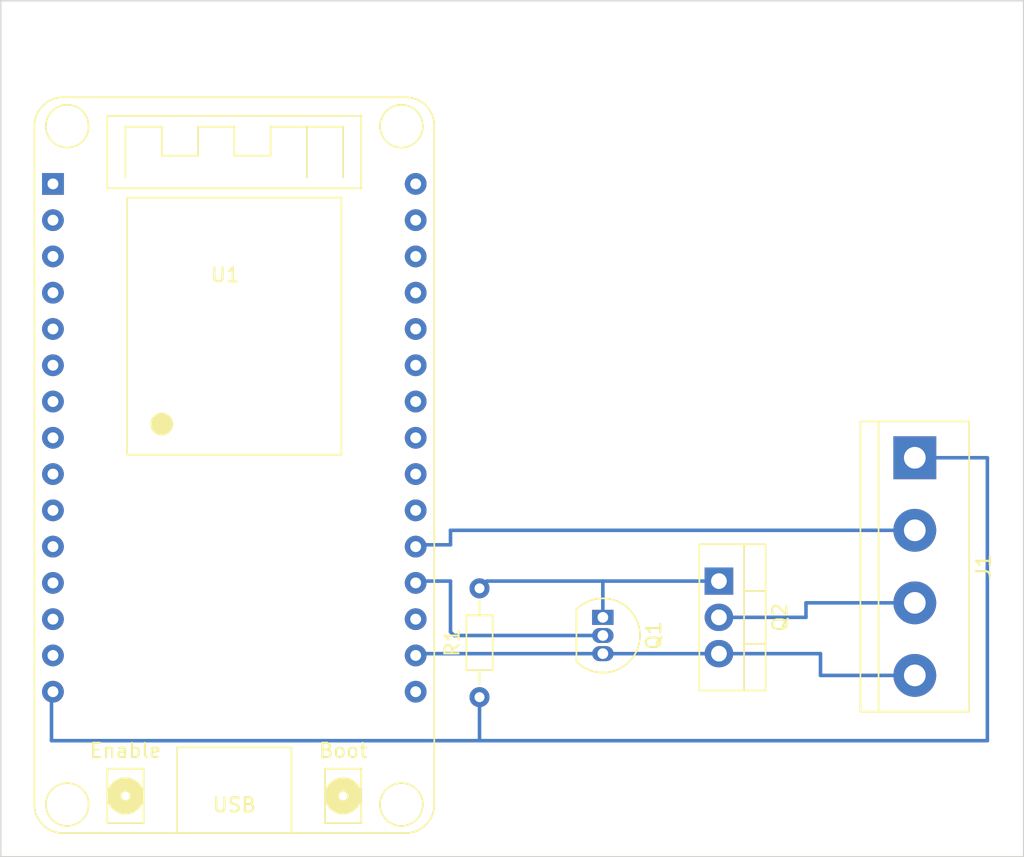
<source format=kicad_pcb>
(kicad_pcb (version 20171130) (host pcbnew 5.1.9-73d0e3b20d~88~ubuntu20.04.1)

  (general
    (thickness 1.6)
    (drawings 4)
    (tracks 29)
    (zones 0)
    (modules 5)
    (nets 33)
  )

  (page A4)
  (title_block
    (title "SmartJet v7 Demo PCB")
    (date 2021-04-30)
    (rev v1)
    (company IACINOVATION)
    (comment 1 "Implemented by: Tiago Sá")
  )

  (layers
    (0 F.Cu signal)
    (31 B.Cu signal)
    (32 B.Adhes user)
    (33 F.Adhes user)
    (34 B.Paste user)
    (35 F.Paste user)
    (36 B.SilkS user)
    (37 F.SilkS user)
    (38 B.Mask user)
    (39 F.Mask user)
    (40 Dwgs.User user)
    (41 Cmts.User user)
    (42 Eco1.User user)
    (43 Eco2.User user)
    (44 Edge.Cuts user)
    (45 Margin user)
    (46 B.CrtYd user)
    (47 F.CrtYd user)
    (48 B.Fab user)
    (49 F.Fab user)
  )

  (setup
    (last_trace_width 0.25)
    (trace_clearance 0.2)
    (zone_clearance 0.508)
    (zone_45_only no)
    (trace_min 0.2)
    (via_size 0.8)
    (via_drill 0.4)
    (via_min_size 0.4)
    (via_min_drill 0.3)
    (uvia_size 0.3)
    (uvia_drill 0.1)
    (uvias_allowed no)
    (uvia_min_size 0.2)
    (uvia_min_drill 0.1)
    (edge_width 0.05)
    (segment_width 0.2)
    (pcb_text_width 0.3)
    (pcb_text_size 1.5 1.5)
    (mod_edge_width 0.12)
    (mod_text_size 1 1)
    (mod_text_width 0.15)
    (pad_size 1.524 1.524)
    (pad_drill 0.762)
    (pad_to_mask_clearance 0)
    (aux_axis_origin 0 0)
    (visible_elements FFFFFF7F)
    (pcbplotparams
      (layerselection 0x010fc_ffffffff)
      (usegerberextensions false)
      (usegerberattributes true)
      (usegerberadvancedattributes true)
      (creategerberjobfile true)
      (excludeedgelayer true)
      (linewidth 0.100000)
      (plotframeref false)
      (viasonmask false)
      (mode 1)
      (useauxorigin false)
      (hpglpennumber 1)
      (hpglpenspeed 20)
      (hpglpendiameter 15.000000)
      (psnegative false)
      (psa4output false)
      (plotreference true)
      (plotvalue true)
      (plotinvisibletext false)
      (padsonsilk false)
      (subtractmaskfromsilk false)
      (outputformat 1)
      (mirror false)
      (drillshape 1)
      (scaleselection 1)
      (outputdirectory ""))
  )

  (net 0 "")
  (net 1 VCC)
  (net 2 GND)
  (net 3 pump-)
  (net 4 out_wake_up_pin)
  (net 5 "Net-(Q1-Pad1)")
  (net 6 trigger_pump)
  (net 7 "Net-(U1-Pad13)")
  (net 8 "Net-(U1-Pad6)")
  (net 9 "Net-(U1-Pad16)")
  (net 10 "Net-(U1-Pad30)")
  (net 11 "Net-(U1-Pad21)")
  (net 12 "Net-(U1-Pad26)")
  (net 13 "Net-(U1-Pad10)")
  (net 14 "Net-(U1-Pad18)")
  (net 15 "Net-(U1-Pad12)")
  (net 16 "Net-(U1-Pad1)")
  (net 17 "Net-(U1-Pad8)")
  (net 18 "Net-(U1-Pad5)")
  (net 19 "Net-(U1-Pad25)")
  (net 20 "Net-(U1-Pad23)")
  (net 21 "Net-(U1-Pad7)")
  (net 22 "Net-(U1-Pad29)")
  (net 23 "Net-(U1-Pad3)")
  (net 24 "Net-(U1-Pad4)")
  (net 25 "Net-(U1-Pad28)")
  (net 26 "Net-(U1-Pad14)")
  (net 27 "Net-(U1-Pad11)")
  (net 28 "Net-(U1-Pad9)")
  (net 29 "Net-(U1-Pad24)")
  (net 30 "Net-(U1-Pad27)")
  (net 31 "Net-(U1-Pad22)")
  (net 32 "Net-(U1-Pad2)")

  (net_class Default "This is the default net class."
    (clearance 0.2)
    (trace_width 0.25)
    (via_dia 0.8)
    (via_drill 0.4)
    (uvia_dia 0.3)
    (uvia_drill 0.1)
    (add_net GND)
    (add_net "Net-(Q1-Pad1)")
    (add_net "Net-(U1-Pad1)")
    (add_net "Net-(U1-Pad10)")
    (add_net "Net-(U1-Pad11)")
    (add_net "Net-(U1-Pad12)")
    (add_net "Net-(U1-Pad13)")
    (add_net "Net-(U1-Pad14)")
    (add_net "Net-(U1-Pad16)")
    (add_net "Net-(U1-Pad18)")
    (add_net "Net-(U1-Pad2)")
    (add_net "Net-(U1-Pad21)")
    (add_net "Net-(U1-Pad22)")
    (add_net "Net-(U1-Pad23)")
    (add_net "Net-(U1-Pad24)")
    (add_net "Net-(U1-Pad25)")
    (add_net "Net-(U1-Pad26)")
    (add_net "Net-(U1-Pad27)")
    (add_net "Net-(U1-Pad28)")
    (add_net "Net-(U1-Pad29)")
    (add_net "Net-(U1-Pad3)")
    (add_net "Net-(U1-Pad30)")
    (add_net "Net-(U1-Pad4)")
    (add_net "Net-(U1-Pad5)")
    (add_net "Net-(U1-Pad6)")
    (add_net "Net-(U1-Pad7)")
    (add_net "Net-(U1-Pad8)")
    (add_net "Net-(U1-Pad9)")
    (add_net VCC)
    (add_net out_wake_up_pin)
    (add_net pump-)
    (add_net trigger_pump)
  )

  (module kicad_smartjet:esp32_devkit_v1 (layer F.Cu) (tedit 603EDB04) (tstamp 608C9B34)
    (at 121.92 58.42)
    (path /608C8BC2)
    (fp_text reference U1 (at 0.4826 15.1384) (layer F.SilkS)
      (effects (font (size 1 1) (thickness 0.15)))
    )
    (fp_text value ESP32_DevKit_V1_DOIT (at -0.1016 0.8128) (layer F.Fab)
      (effects (font (size 1 1) (thickness 0.15)))
    )
    (fp_text user Boot (at 8.7376 48.443) (layer F.SilkS)
      (effects (font (size 1 1) (thickness 0.15)))
    )
    (fp_text user ESP32-DevKit-V1-DOIT (at 1.1176 17.463) (layer F.Fab)
      (effects (font (size 1 1) (thickness 0.15)))
    )
    (fp_arc (start 13.1176 4.6976) (end 15.1176 4.6976) (angle -90) (layer F.SilkS) (width 0.12))
    (fp_text user Enable (at -6.5024 48.443) (layer F.SilkS)
      (effects (font (size 1 1) (thickness 0.15)))
    )
    (fp_text user USB (at 1.1176 52.253) (layer F.SilkS)
      (effects (font (size 1 1) (thickness 0.15)))
    )
    (fp_arc (start 13.1176 52.223) (end 13.1176 54.223) (angle -90) (layer F.SilkS) (width 0.12))
    (fp_arc (start -10.8824 52.223) (end -12.8824 52.223) (angle -90) (layer F.SilkS) (width 0.12))
    (fp_arc (start -10.8824 4.6976) (end -10.8824 2.6976) (angle -90) (layer F.SilkS) (width 0.12))
    (fp_line (start -6.5024 8.311) (end -6.5024 4.755) (layer F.SilkS) (width 0.12))
    (fp_circle (center -6.5024 51.618) (end -6.2024 51.618) (layer F.SilkS) (width 1))
    (fp_line (start -6.3824 27.723) (end -6.3824 9.723) (layer F.SilkS) (width 0.12))
    (fp_line (start -2.8824 48.223) (end -2.8824 54.223) (layer F.SilkS) (width 0.12))
    (fp_line (start 10.0076 49.713) (end 10.0076 53.523) (layer F.SilkS) (width 0.12))
    (fp_line (start -3.9624 4.755) (end -3.9624 6.787) (layer F.SilkS) (width 0.12))
    (fp_line (start -2.8824 48.223) (end 5.1176 48.223) (layer F.SilkS) (width 0.12))
    (fp_line (start -7.7724 49.713) (end -5.2324 49.713) (layer F.SilkS) (width 0.12))
    (fp_line (start 7.4676 53.523) (end 7.4676 49.713) (layer F.SilkS) (width 0.12))
    (fp_line (start -7.7724 3.993) (end 10.0076 3.993) (layer F.SilkS) (width 0.12))
    (fp_circle (center 12.8176 4.723) (end 14.3176 4.723) (layer F.SilkS) (width 0.12))
    (fp_line (start -10.8824 2.6976) (end 13.1176 2.6976) (layer F.SilkS) (width 0.12))
    (fp_line (start 1.1176 6.787) (end 3.6576 6.787) (layer F.SilkS) (width 0.12))
    (fp_line (start -1.4224 6.787) (end -1.4224 4.755) (layer F.SilkS) (width 0.12))
    (fp_line (start -7.7724 53.523) (end -7.7724 49.713) (layer F.SilkS) (width 0.12))
    (fp_line (start 10.0076 3.993) (end 10.0076 9.073) (layer F.SilkS) (width 0.12))
    (fp_line (start -5.2324 49.713) (end -5.2324 53.523) (layer F.SilkS) (width 0.12))
    (fp_circle (center -3.9624 25.583) (end -3.5624 25.583) (layer F.SilkS) (width 0.8))
    (fp_line (start -12.8824 4.723) (end -12.8824 52.223) (layer F.SilkS) (width 0.12))
    (fp_circle (center -10.5824 52.223) (end -9.0824 52.223) (layer F.SilkS) (width 0.12))
    (fp_line (start 15.1176 52.223) (end 15.1176 4.723) (layer F.SilkS) (width 0.12))
    (fp_line (start 3.6576 4.755) (end 8.7376 4.755) (layer F.SilkS) (width 0.12))
    (fp_line (start -10.8824 54.223) (end 13.1176 54.223) (layer F.SilkS) (width 0.12))
    (fp_line (start 10.0076 9.073) (end -7.7724 9.073) (layer F.SilkS) (width 0.12))
    (fp_line (start 8.6176 9.723) (end 8.6176 27.723) (layer F.SilkS) (width 0.12))
    (fp_line (start 7.4676 49.713) (end 10.0076 49.713) (layer F.SilkS) (width 0.12))
    (fp_line (start 3.6576 6.787) (end 3.6576 4.755) (layer F.SilkS) (width 0.12))
    (fp_line (start -3.9624 6.787) (end -1.4224 6.787) (layer F.SilkS) (width 0.12))
    (fp_line (start 8.6176 27.723) (end -6.3824 27.723) (layer F.SilkS) (width 0.12))
    (fp_line (start 6.1976 4.755) (end 6.1976 8.311) (layer F.SilkS) (width 0.12))
    (fp_circle (center 12.8176 52.223) (end 14.3176 52.223) (layer F.SilkS) (width 0.12))
    (fp_line (start 10.0076 53.523) (end 7.4676 53.523) (layer F.SilkS) (width 0.12))
    (fp_line (start -5.2324 53.523) (end -7.7724 53.523) (layer F.SilkS) (width 0.12))
    (fp_circle (center 8.7376 51.618) (end 9.0376 51.618) (layer F.SilkS) (width 1))
    (fp_line (start -6.5024 4.755) (end -3.9624 4.755) (layer F.SilkS) (width 0.12))
    (fp_line (start -6.3824 9.723) (end 8.6176 9.723) (layer F.SilkS) (width 0.12))
    (fp_line (start 5.1176 48.223) (end 5.1176 54.223) (layer F.SilkS) (width 0.12))
    (fp_circle (center -10.5824 4.723) (end -9.0824 4.723) (layer F.SilkS) (width 0.12))
    (fp_line (start 8.7376 4.755) (end 8.7376 8.311) (layer F.SilkS) (width 0.12))
    (fp_line (start 1.1176 4.755) (end 1.1176 6.787) (layer F.SilkS) (width 0.12))
    (fp_line (start -7.7724 9.073) (end -7.7724 3.993) (layer F.SilkS) (width 0.12))
    (fp_line (start -1.4224 4.755) (end 1.1176 4.755) (layer F.SilkS) (width 0.12))
    (pad 13 thru_hole circle (at -11.5824 39.243) (size 1.524 1.524) (drill 0.762) (layers *.Cu *.Mask)
      (net 7 "Net-(U1-Pad13)"))
    (pad 20 thru_hole circle (at 13.8176 34.163) (size 1.524 1.524) (drill 0.762) (layers *.Cu *.Mask)
      (net 4 out_wake_up_pin))
    (pad 6 thru_hole circle (at -11.5824 21.463) (size 1.524 1.524) (drill 0.762) (layers *.Cu *.Mask)
      (net 8 "Net-(U1-Pad6)"))
    (pad 16 thru_hole circle (at 13.8176 44.323) (size 1.524 1.524) (drill 0.762) (layers *.Cu *.Mask)
      (net 9 "Net-(U1-Pad16)"))
    (pad 30 thru_hole circle (at 13.8176 8.763) (size 1.524 1.524) (drill 0.762) (layers *.Cu *.Mask)
      (net 10 "Net-(U1-Pad30)"))
    (pad 21 thru_hole circle (at 13.8176 31.623) (size 1.524 1.524) (drill 0.762) (layers *.Cu *.Mask)
      (net 11 "Net-(U1-Pad21)"))
    (pad 26 thru_hole circle (at 13.8176 18.923) (size 1.524 1.524) (drill 0.762) (layers *.Cu *.Mask)
      (net 12 "Net-(U1-Pad26)"))
    (pad 10 thru_hole circle (at -11.5824 31.623) (size 1.524 1.524) (drill 0.762) (layers *.Cu *.Mask)
      (net 13 "Net-(U1-Pad10)"))
    (pad 18 thru_hole circle (at 13.8176 39.243) (size 1.524 1.524) (drill 0.762) (layers *.Cu *.Mask)
      (net 14 "Net-(U1-Pad18)"))
    (pad 12 thru_hole circle (at -11.5824 36.703) (size 1.524 1.524) (drill 0.762) (layers *.Cu *.Mask)
      (net 15 "Net-(U1-Pad12)"))
    (pad 1 thru_hole rect (at -11.5824 8.763) (size 1.524 1.524) (drill 0.762) (layers *.Cu *.Mask)
      (net 16 "Net-(U1-Pad1)"))
    (pad 8 thru_hole circle (at -11.5824 26.543) (size 1.524 1.524) (drill 0.762) (layers *.Cu *.Mask)
      (net 17 "Net-(U1-Pad8)"))
    (pad 5 thru_hole circle (at -11.5824 18.923) (size 1.524 1.524) (drill 0.762) (layers *.Cu *.Mask)
      (net 18 "Net-(U1-Pad5)"))
    (pad 25 thru_hole circle (at 13.8176 21.463) (size 1.524 1.524) (drill 0.762) (layers *.Cu *.Mask)
      (net 19 "Net-(U1-Pad25)"))
    (pad 23 thru_hole circle (at 13.8176 26.543) (size 1.524 1.524) (drill 0.762) (layers *.Cu *.Mask)
      (net 20 "Net-(U1-Pad23)"))
    (pad 7 thru_hole circle (at -11.5824 24.003) (size 1.524 1.524) (drill 0.762) (layers *.Cu *.Mask)
      (net 21 "Net-(U1-Pad7)"))
    (pad 29 thru_hole circle (at 13.8176 11.303) (size 1.524 1.524) (drill 0.762) (layers *.Cu *.Mask)
      (net 22 "Net-(U1-Pad29)"))
    (pad 3 thru_hole circle (at -11.5824 13.843) (size 1.524 1.524) (drill 0.762) (layers *.Cu *.Mask)
      (net 23 "Net-(U1-Pad3)"))
    (pad 4 thru_hole circle (at -11.5824 16.383) (size 1.524 1.524) (drill 0.762) (layers *.Cu *.Mask)
      (net 24 "Net-(U1-Pad4)"))
    (pad 28 thru_hole circle (at 13.8176 13.843) (size 1.524 1.524) (drill 0.762) (layers *.Cu *.Mask)
      (net 25 "Net-(U1-Pad28)"))
    (pad 14 thru_hole circle (at -11.5824 41.783) (size 1.524 1.524) (drill 0.762) (layers *.Cu *.Mask)
      (net 26 "Net-(U1-Pad14)"))
    (pad 19 thru_hole circle (at 13.8176 36.703) (size 1.524 1.524) (drill 0.762) (layers *.Cu *.Mask)
      (net 6 trigger_pump))
    (pad 15 thru_hole circle (at -11.5824 44.323) (size 1.524 1.524) (drill 0.762) (layers *.Cu *.Mask)
      (net 1 VCC))
    (pad 11 thru_hole circle (at -11.5824 34.163) (size 1.524 1.524) (drill 0.762) (layers *.Cu *.Mask)
      (net 27 "Net-(U1-Pad11)"))
    (pad 9 thru_hole circle (at -11.5824 29.083) (size 1.524 1.524) (drill 0.762) (layers *.Cu *.Mask)
      (net 28 "Net-(U1-Pad9)"))
    (pad 24 thru_hole circle (at 13.8176 24.003) (size 1.524 1.524) (drill 0.762) (layers *.Cu *.Mask)
      (net 29 "Net-(U1-Pad24)"))
    (pad 27 thru_hole circle (at 13.8176 16.383) (size 1.524 1.524) (drill 0.762) (layers *.Cu *.Mask)
      (net 30 "Net-(U1-Pad27)"))
    (pad 22 thru_hole circle (at 13.8176 29.083) (size 1.524 1.524) (drill 0.762) (layers *.Cu *.Mask)
      (net 31 "Net-(U1-Pad22)"))
    (pad 2 thru_hole circle (at -11.5824 11.303) (size 1.524 1.524) (drill 0.762) (layers *.Cu *.Mask)
      (net 32 "Net-(U1-Pad2)"))
    (pad 17 thru_hole circle (at 13.8176 41.783) (size 1.524 1.524) (drill 0.762) (layers *.Cu *.Mask)
      (net 2 GND))
  )

  (module Resistor_THT:R_Axial_DIN0204_L3.6mm_D1.6mm_P7.62mm_Horizontal (layer F.Cu) (tedit 5AE5139B) (tstamp 608C9AE0)
    (at 140.208 103.124 90)
    (descr "Resistor, Axial_DIN0204 series, Axial, Horizontal, pin pitch=7.62mm, 0.167W, length*diameter=3.6*1.6mm^2, http://cdn-reichelt.de/documents/datenblatt/B400/1_4W%23YAG.pdf")
    (tags "Resistor Axial_DIN0204 series Axial Horizontal pin pitch 7.62mm 0.167W length 3.6mm diameter 1.6mm")
    (path /608CED31)
    (fp_text reference R1 (at 3.81 -1.92 90) (layer F.SilkS)
      (effects (font (size 1 1) (thickness 0.15)))
    )
    (fp_text value 10k (at 3.81 1.92 90) (layer F.Fab)
      (effects (font (size 1 1) (thickness 0.15)))
    )
    (fp_text user %R (at 3.81 0 90) (layer F.Fab)
      (effects (font (size 0.72 0.72) (thickness 0.108)))
    )
    (fp_line (start 2.01 -0.8) (end 2.01 0.8) (layer F.Fab) (width 0.1))
    (fp_line (start 2.01 0.8) (end 5.61 0.8) (layer F.Fab) (width 0.1))
    (fp_line (start 5.61 0.8) (end 5.61 -0.8) (layer F.Fab) (width 0.1))
    (fp_line (start 5.61 -0.8) (end 2.01 -0.8) (layer F.Fab) (width 0.1))
    (fp_line (start 0 0) (end 2.01 0) (layer F.Fab) (width 0.1))
    (fp_line (start 7.62 0) (end 5.61 0) (layer F.Fab) (width 0.1))
    (fp_line (start 1.89 -0.92) (end 1.89 0.92) (layer F.SilkS) (width 0.12))
    (fp_line (start 1.89 0.92) (end 5.73 0.92) (layer F.SilkS) (width 0.12))
    (fp_line (start 5.73 0.92) (end 5.73 -0.92) (layer F.SilkS) (width 0.12))
    (fp_line (start 5.73 -0.92) (end 1.89 -0.92) (layer F.SilkS) (width 0.12))
    (fp_line (start 0.94 0) (end 1.89 0) (layer F.SilkS) (width 0.12))
    (fp_line (start 6.68 0) (end 5.73 0) (layer F.SilkS) (width 0.12))
    (fp_line (start -0.95 -1.05) (end -0.95 1.05) (layer F.CrtYd) (width 0.05))
    (fp_line (start -0.95 1.05) (end 8.57 1.05) (layer F.CrtYd) (width 0.05))
    (fp_line (start 8.57 1.05) (end 8.57 -1.05) (layer F.CrtYd) (width 0.05))
    (fp_line (start 8.57 -1.05) (end -0.95 -1.05) (layer F.CrtYd) (width 0.05))
    (pad 2 thru_hole oval (at 7.62 0 90) (size 1.4 1.4) (drill 0.7) (layers *.Cu *.Mask)
      (net 5 "Net-(Q1-Pad1)"))
    (pad 1 thru_hole circle (at 0 0 90) (size 1.4 1.4) (drill 0.7) (layers *.Cu *.Mask)
      (net 1 VCC))
    (model ${KISYS3DMOD}/Resistor_THT.3dshapes/R_Axial_DIN0204_L3.6mm_D1.6mm_P7.62mm_Horizontal.wrl
      (at (xyz 0 0 0))
      (scale (xyz 1 1 1))
      (rotate (xyz 0 0 0))
    )
  )

  (module Package_TO_SOT_THT:TO-220-3_Vertical (layer F.Cu) (tedit 5AC8BA0D) (tstamp 608C9AC9)
    (at 156.972 94.996 270)
    (descr "TO-220-3, Vertical, RM 2.54mm, see https://www.vishay.com/docs/66542/to-220-1.pdf")
    (tags "TO-220-3 Vertical RM 2.54mm")
    (path /608CD6EC)
    (fp_text reference Q2 (at 2.54 -4.27 90) (layer F.SilkS)
      (effects (font (size 1 1) (thickness 0.15)))
    )
    (fp_text value TIP122 (at 2.54 2.5 90) (layer F.Fab)
      (effects (font (size 1 1) (thickness 0.15)))
    )
    (fp_text user %R (at 2.54 -4.27 90) (layer F.Fab)
      (effects (font (size 1 1) (thickness 0.15)))
    )
    (fp_line (start -2.46 -3.15) (end -2.46 1.25) (layer F.Fab) (width 0.1))
    (fp_line (start -2.46 1.25) (end 7.54 1.25) (layer F.Fab) (width 0.1))
    (fp_line (start 7.54 1.25) (end 7.54 -3.15) (layer F.Fab) (width 0.1))
    (fp_line (start 7.54 -3.15) (end -2.46 -3.15) (layer F.Fab) (width 0.1))
    (fp_line (start -2.46 -1.88) (end 7.54 -1.88) (layer F.Fab) (width 0.1))
    (fp_line (start 0.69 -3.15) (end 0.69 -1.88) (layer F.Fab) (width 0.1))
    (fp_line (start 4.39 -3.15) (end 4.39 -1.88) (layer F.Fab) (width 0.1))
    (fp_line (start -2.58 -3.27) (end 7.66 -3.27) (layer F.SilkS) (width 0.12))
    (fp_line (start -2.58 1.371) (end 7.66 1.371) (layer F.SilkS) (width 0.12))
    (fp_line (start -2.58 -3.27) (end -2.58 1.371) (layer F.SilkS) (width 0.12))
    (fp_line (start 7.66 -3.27) (end 7.66 1.371) (layer F.SilkS) (width 0.12))
    (fp_line (start -2.58 -1.76) (end 7.66 -1.76) (layer F.SilkS) (width 0.12))
    (fp_line (start 0.69 -3.27) (end 0.69 -1.76) (layer F.SilkS) (width 0.12))
    (fp_line (start 4.391 -3.27) (end 4.391 -1.76) (layer F.SilkS) (width 0.12))
    (fp_line (start -2.71 -3.4) (end -2.71 1.51) (layer F.CrtYd) (width 0.05))
    (fp_line (start -2.71 1.51) (end 7.79 1.51) (layer F.CrtYd) (width 0.05))
    (fp_line (start 7.79 1.51) (end 7.79 -3.4) (layer F.CrtYd) (width 0.05))
    (fp_line (start 7.79 -3.4) (end -2.71 -3.4) (layer F.CrtYd) (width 0.05))
    (pad 3 thru_hole oval (at 5.08 0 270) (size 1.905 2) (drill 1.1) (layers *.Cu *.Mask)
      (net 2 GND))
    (pad 2 thru_hole oval (at 2.54 0 270) (size 1.905 2) (drill 1.1) (layers *.Cu *.Mask)
      (net 3 pump-))
    (pad 1 thru_hole rect (at 0 0 270) (size 1.905 2) (drill 1.1) (layers *.Cu *.Mask)
      (net 5 "Net-(Q1-Pad1)"))
    (model ${KISYS3DMOD}/Package_TO_SOT_THT.3dshapes/TO-220-3_Vertical.wrl
      (at (xyz 0 0 0))
      (scale (xyz 1 1 1))
      (rotate (xyz 0 0 0))
    )
  )

  (module Package_TO_SOT_THT:TO-92_Inline (layer F.Cu) (tedit 5A1DD157) (tstamp 608C9AAF)
    (at 148.844 97.536 270)
    (descr "TO-92 leads in-line, narrow, oval pads, drill 0.75mm (see NXP sot054_po.pdf)")
    (tags "to-92 sc-43 sc-43a sot54 PA33 transistor")
    (path /608CCD9F)
    (fp_text reference Q1 (at 1.27 -3.56 90) (layer F.SilkS)
      (effects (font (size 1 1) (thickness 0.15)))
    )
    (fp_text value BC557 (at 1.27 2.79 90) (layer F.Fab)
      (effects (font (size 1 1) (thickness 0.15)))
    )
    (fp_arc (start 1.27 0) (end 1.27 -2.6) (angle 135) (layer F.SilkS) (width 0.12))
    (fp_arc (start 1.27 0) (end 1.27 -2.48) (angle -135) (layer F.Fab) (width 0.1))
    (fp_arc (start 1.27 0) (end 1.27 -2.6) (angle -135) (layer F.SilkS) (width 0.12))
    (fp_arc (start 1.27 0) (end 1.27 -2.48) (angle 135) (layer F.Fab) (width 0.1))
    (fp_text user %R (at 1.27 0 90) (layer F.Fab)
      (effects (font (size 1 1) (thickness 0.15)))
    )
    (fp_line (start -0.53 1.85) (end 3.07 1.85) (layer F.SilkS) (width 0.12))
    (fp_line (start -0.5 1.75) (end 3 1.75) (layer F.Fab) (width 0.1))
    (fp_line (start -1.46 -2.73) (end 4 -2.73) (layer F.CrtYd) (width 0.05))
    (fp_line (start -1.46 -2.73) (end -1.46 2.01) (layer F.CrtYd) (width 0.05))
    (fp_line (start 4 2.01) (end 4 -2.73) (layer F.CrtYd) (width 0.05))
    (fp_line (start 4 2.01) (end -1.46 2.01) (layer F.CrtYd) (width 0.05))
    (pad 1 thru_hole rect (at 0 0 270) (size 1.05 1.5) (drill 0.75) (layers *.Cu *.Mask)
      (net 5 "Net-(Q1-Pad1)"))
    (pad 3 thru_hole oval (at 2.54 0 270) (size 1.05 1.5) (drill 0.75) (layers *.Cu *.Mask)
      (net 2 GND))
    (pad 2 thru_hole oval (at 1.27 0 270) (size 1.05 1.5) (drill 0.75) (layers *.Cu *.Mask)
      (net 6 trigger_pump))
    (model ${KISYS3DMOD}/Package_TO_SOT_THT.3dshapes/TO-92_Inline.wrl
      (at (xyz 0 0 0))
      (scale (xyz 1 1 1))
      (rotate (xyz 0 0 0))
    )
  )

  (module TerminalBlock:TerminalBlock_bornier-4_P5.08mm (layer F.Cu) (tedit 59FF03D1) (tstamp 608C9A9D)
    (at 170.688 86.36 270)
    (descr "simple 4-pin terminal block, pitch 5.08mm, revamped version of bornier4")
    (tags "terminal block bornier4")
    (path /608DBD0A)
    (fp_text reference J1 (at 7.6 -4.8 90) (layer F.SilkS)
      (effects (font (size 1 1) (thickness 0.15)))
    )
    (fp_text value Screw_Terminal_01x04 (at 7.6 4.75 90) (layer F.Fab)
      (effects (font (size 1 1) (thickness 0.15)))
    )
    (fp_text user %R (at 7.62 0 90) (layer F.Fab)
      (effects (font (size 1 1) (thickness 0.15)))
    )
    (fp_line (start -2.48 2.55) (end 17.72 2.55) (layer F.Fab) (width 0.1))
    (fp_line (start -2.43 3.75) (end -2.48 3.75) (layer F.Fab) (width 0.1))
    (fp_line (start -2.48 3.75) (end -2.48 -3.75) (layer F.Fab) (width 0.1))
    (fp_line (start -2.48 -3.75) (end 17.72 -3.75) (layer F.Fab) (width 0.1))
    (fp_line (start 17.72 -3.75) (end 17.72 3.75) (layer F.Fab) (width 0.1))
    (fp_line (start 17.72 3.75) (end -2.43 3.75) (layer F.Fab) (width 0.1))
    (fp_line (start -2.54 -3.81) (end -2.54 3.81) (layer F.SilkS) (width 0.12))
    (fp_line (start 17.78 3.81) (end 17.78 -3.81) (layer F.SilkS) (width 0.12))
    (fp_line (start 17.78 2.54) (end -2.54 2.54) (layer F.SilkS) (width 0.12))
    (fp_line (start -2.54 -3.81) (end 17.78 -3.81) (layer F.SilkS) (width 0.12))
    (fp_line (start -2.54 3.81) (end 17.78 3.81) (layer F.SilkS) (width 0.12))
    (fp_line (start -2.73 -4) (end 17.97 -4) (layer F.CrtYd) (width 0.05))
    (fp_line (start -2.73 -4) (end -2.73 4) (layer F.CrtYd) (width 0.05))
    (fp_line (start 17.97 4) (end 17.97 -4) (layer F.CrtYd) (width 0.05))
    (fp_line (start 17.97 4) (end -2.73 4) (layer F.CrtYd) (width 0.05))
    (pad 4 thru_hole circle (at 15.24 0 270) (size 3 3) (drill 1.52) (layers *.Cu *.Mask)
      (net 2 GND))
    (pad 1 thru_hole rect (at 0 0 270) (size 3 3) (drill 1.52) (layers *.Cu *.Mask)
      (net 1 VCC))
    (pad 3 thru_hole circle (at 10.16 0 270) (size 3 3) (drill 1.52) (layers *.Cu *.Mask)
      (net 3 pump-))
    (pad 2 thru_hole circle (at 5.08 0 270) (size 3 3) (drill 1.52) (layers *.Cu *.Mask)
      (net 4 out_wake_up_pin))
    (model ${KISYS3DMOD}/TerminalBlock.3dshapes/TerminalBlock_bornier-4_P5.08mm.wrl
      (offset (xyz 7.619999885559082 0 0))
      (scale (xyz 1 1 1))
      (rotate (xyz 0 0 0))
    )
  )

  (gr_line (start 178.308 54.356) (end 178.308 114.3) (layer Edge.Cuts) (width 0.1))
  (gr_line (start 106.68 54.356) (end 178.308 54.356) (layer Edge.Cuts) (width 0.1))
  (gr_line (start 106.68 114.3) (end 106.68 54.356) (layer Edge.Cuts) (width 0.1))
  (gr_line (start 178.308 114.3) (end 106.68 114.3) (layer Edge.Cuts) (width 0.1))

  (segment (start 140.208 103.124) (end 140.208 106.172) (width 0.25) (layer B.Cu) (net 1))
  (segment (start 140.208 106.172) (end 110.236 106.172) (width 0.25) (layer B.Cu) (net 1))
  (segment (start 110.236 102.8446) (end 110.3376 102.743) (width 0.25) (layer B.Cu) (net 1))
  (segment (start 110.236 106.172) (end 110.236 102.8446) (width 0.25) (layer B.Cu) (net 1))
  (segment (start 175.768 106.172) (end 140.208 106.172) (width 0.25) (layer B.Cu) (net 1))
  (segment (start 175.768 86.36) (end 175.768 106.172) (width 0.25) (layer B.Cu) (net 1))
  (segment (start 170.688 86.36) (end 175.768 86.36) (width 0.25) (layer B.Cu) (net 1))
  (segment (start 135.8646 100.076) (end 135.7376 100.203) (width 0.25) (layer B.Cu) (net 2))
  (segment (start 148.844 100.076) (end 135.8646 100.076) (width 0.25) (layer B.Cu) (net 2))
  (segment (start 156.972 100.076) (end 148.844 100.076) (width 0.25) (layer B.Cu) (net 2))
  (segment (start 170.688 101.6) (end 164.084 101.6) (width 0.25) (layer B.Cu) (net 2))
  (segment (start 164.084 101.6) (end 164.084 100.076) (width 0.25) (layer B.Cu) (net 2))
  (segment (start 164.084 100.076) (end 156.972 100.076) (width 0.25) (layer B.Cu) (net 2))
  (segment (start 170.688 96.52) (end 163.068 96.52) (width 0.25) (layer B.Cu) (net 3))
  (segment (start 163.068 96.52) (end 163.068 97.536) (width 0.25) (layer B.Cu) (net 3))
  (segment (start 163.068 97.536) (end 156.972 97.536) (width 0.25) (layer B.Cu) (net 3))
  (segment (start 170.688 91.44) (end 138.176 91.44) (width 0.25) (layer B.Cu) (net 4))
  (segment (start 138.176 91.44) (end 138.176 92.456) (width 0.25) (layer B.Cu) (net 4))
  (segment (start 135.8646 92.456) (end 135.7376 92.583) (width 0.25) (layer B.Cu) (net 4))
  (segment (start 138.176 92.456) (end 135.8646 92.456) (width 0.25) (layer B.Cu) (net 4))
  (segment (start 156.972 94.996) (end 148.844 94.996) (width 0.25) (layer B.Cu) (net 5))
  (segment (start 148.844 94.996) (end 148.844 97.536) (width 0.25) (layer B.Cu) (net 5))
  (segment (start 140.716 94.996) (end 140.208 95.504) (width 0.25) (layer B.Cu) (net 5))
  (segment (start 148.844 94.996) (end 140.716 94.996) (width 0.25) (layer B.Cu) (net 5))
  (segment (start 148.844 98.806) (end 138.43 98.806) (width 0.25) (layer B.Cu) (net 6))
  (segment (start 138.43 98.806) (end 138.176 98.552) (width 0.25) (layer B.Cu) (net 6))
  (segment (start 138.176 98.552) (end 138.176 94.996) (width 0.25) (layer B.Cu) (net 6))
  (segment (start 135.8646 94.996) (end 135.7376 95.123) (width 0.25) (layer B.Cu) (net 6))
  (segment (start 138.176 94.996) (end 135.8646 94.996) (width 0.25) (layer B.Cu) (net 6))

)

</source>
